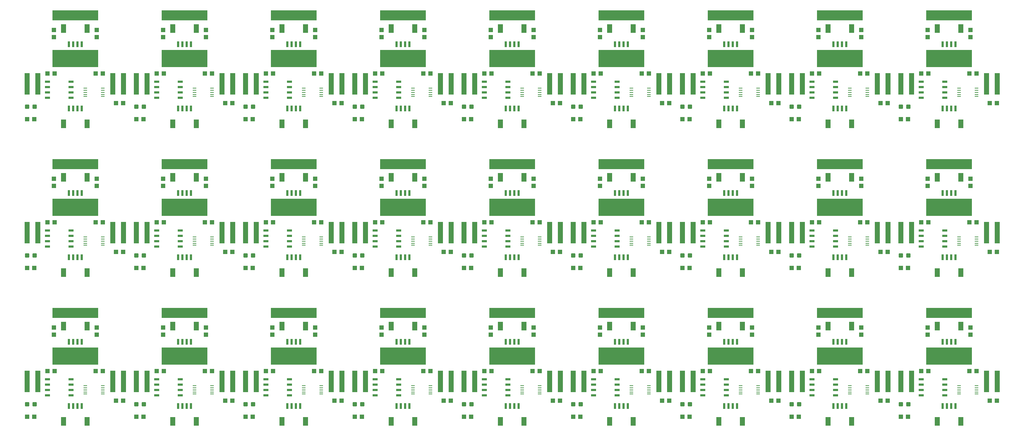
<source format=gtp>
G75*
%MOIN*%
%OFA0B0*%
%FSLAX25Y25*%
%IPPOS*%
%LPD*%
%AMOC8*
5,1,8,0,0,1.08239X$1,22.5*
%
%ADD10R,0.43000X0.09500*%
%ADD11R,0.43000X0.16000*%
%ADD12R,0.04331X0.03937*%
%ADD13R,0.04724X0.02362*%
%ADD14R,0.04724X0.07874*%
%ADD15R,0.02362X0.05315*%
%ADD16R,0.03937X0.04331*%
%ADD17R,0.03445X0.00984*%
%ADD18C,0.01181*%
%ADD19R,0.05000X0.20000*%
D10*
X0078400Y0135150D03*
X0180400Y0135150D03*
X0282400Y0135150D03*
X0384400Y0135150D03*
X0486400Y0135150D03*
X0588400Y0135150D03*
X0690400Y0135150D03*
X0792400Y0135150D03*
X0894400Y0135150D03*
X0894400Y0274150D03*
X0792400Y0274150D03*
X0690400Y0274150D03*
X0588400Y0274150D03*
X0486400Y0274150D03*
X0384400Y0274150D03*
X0282400Y0274150D03*
X0180400Y0274150D03*
X0078400Y0274150D03*
X0078400Y0413150D03*
X0180400Y0413150D03*
X0282400Y0413150D03*
X0384400Y0413150D03*
X0486400Y0413150D03*
X0588400Y0413150D03*
X0690400Y0413150D03*
X0792400Y0413150D03*
X0894400Y0413150D03*
D11*
X0894400Y0372900D03*
X0792400Y0372900D03*
X0690400Y0372900D03*
X0588400Y0372900D03*
X0486400Y0372900D03*
X0384400Y0372900D03*
X0282400Y0372900D03*
X0180400Y0372900D03*
X0078400Y0372900D03*
X0078400Y0233900D03*
X0180400Y0233900D03*
X0282400Y0233900D03*
X0384400Y0233900D03*
X0486400Y0233900D03*
X0588400Y0233900D03*
X0690400Y0233900D03*
X0792400Y0233900D03*
X0894400Y0233900D03*
X0894400Y0094900D03*
X0792400Y0094900D03*
X0690400Y0094900D03*
X0588400Y0094900D03*
X0486400Y0094900D03*
X0384400Y0094900D03*
X0282400Y0094900D03*
X0180400Y0094900D03*
X0078400Y0094900D03*
D12*
X0059246Y0080900D03*
X0052554Y0080900D03*
X0097554Y0080900D03*
X0104246Y0080900D03*
X0154554Y0080900D03*
X0161246Y0080900D03*
X0199554Y0080900D03*
X0206246Y0080900D03*
X0256554Y0080900D03*
X0263246Y0080900D03*
X0301554Y0080900D03*
X0308246Y0080900D03*
X0358554Y0080900D03*
X0365246Y0080900D03*
X0403554Y0080900D03*
X0410246Y0080900D03*
X0460554Y0080900D03*
X0467246Y0080900D03*
X0505554Y0080900D03*
X0512246Y0080900D03*
X0562554Y0080900D03*
X0569246Y0080900D03*
X0607554Y0080900D03*
X0614246Y0080900D03*
X0664554Y0080900D03*
X0671246Y0080900D03*
X0709554Y0080900D03*
X0716246Y0080900D03*
X0766554Y0080900D03*
X0773246Y0080900D03*
X0811554Y0080900D03*
X0818246Y0080900D03*
X0868554Y0080900D03*
X0875246Y0080900D03*
X0913554Y0080900D03*
X0920246Y0080900D03*
X0932554Y0053400D03*
X0939246Y0053400D03*
X0856246Y0038400D03*
X0849554Y0038400D03*
X0837246Y0053400D03*
X0830554Y0053400D03*
X0754246Y0038400D03*
X0747554Y0038400D03*
X0735246Y0053400D03*
X0728554Y0053400D03*
X0652246Y0038400D03*
X0645554Y0038400D03*
X0633246Y0053400D03*
X0626554Y0053400D03*
X0550246Y0038400D03*
X0543554Y0038400D03*
X0531246Y0053400D03*
X0524554Y0053400D03*
X0448246Y0038400D03*
X0441554Y0038400D03*
X0429246Y0053400D03*
X0422554Y0053400D03*
X0346246Y0038400D03*
X0339554Y0038400D03*
X0327246Y0053400D03*
X0320554Y0053400D03*
X0244246Y0038400D03*
X0237554Y0038400D03*
X0225246Y0053400D03*
X0218554Y0053400D03*
X0142246Y0038400D03*
X0135554Y0038400D03*
X0123246Y0053400D03*
X0116554Y0053400D03*
X0040246Y0038400D03*
X0033554Y0038400D03*
X0033554Y0177400D03*
X0040246Y0177400D03*
X0116554Y0192400D03*
X0123246Y0192400D03*
X0135554Y0177400D03*
X0142246Y0177400D03*
X0218554Y0192400D03*
X0225246Y0192400D03*
X0237554Y0177400D03*
X0244246Y0177400D03*
X0320554Y0192400D03*
X0327246Y0192400D03*
X0339554Y0177400D03*
X0346246Y0177400D03*
X0422554Y0192400D03*
X0429246Y0192400D03*
X0441554Y0177400D03*
X0448246Y0177400D03*
X0524554Y0192400D03*
X0531246Y0192400D03*
X0543554Y0177400D03*
X0550246Y0177400D03*
X0626554Y0192400D03*
X0633246Y0192400D03*
X0645554Y0177400D03*
X0652246Y0177400D03*
X0728554Y0192400D03*
X0735246Y0192400D03*
X0747554Y0177400D03*
X0754246Y0177400D03*
X0830554Y0192400D03*
X0837246Y0192400D03*
X0849554Y0177400D03*
X0856246Y0177400D03*
X0932554Y0192400D03*
X0939246Y0192400D03*
X0920246Y0219900D03*
X0913554Y0219900D03*
X0875246Y0219900D03*
X0868554Y0219900D03*
X0818246Y0219900D03*
X0811554Y0219900D03*
X0773246Y0219900D03*
X0766554Y0219900D03*
X0716246Y0219900D03*
X0709554Y0219900D03*
X0671246Y0219900D03*
X0664554Y0219900D03*
X0614246Y0219900D03*
X0607554Y0219900D03*
X0569246Y0219900D03*
X0562554Y0219900D03*
X0512246Y0219900D03*
X0505554Y0219900D03*
X0467246Y0219900D03*
X0460554Y0219900D03*
X0410246Y0219900D03*
X0403554Y0219900D03*
X0365246Y0219900D03*
X0358554Y0219900D03*
X0308246Y0219900D03*
X0301554Y0219900D03*
X0263246Y0219900D03*
X0256554Y0219900D03*
X0206246Y0219900D03*
X0199554Y0219900D03*
X0161246Y0219900D03*
X0154554Y0219900D03*
X0104246Y0219900D03*
X0097554Y0219900D03*
X0059246Y0219900D03*
X0052554Y0219900D03*
X0040246Y0316400D03*
X0033554Y0316400D03*
X0116554Y0331400D03*
X0123246Y0331400D03*
X0135554Y0316400D03*
X0142246Y0316400D03*
X0218554Y0331400D03*
X0225246Y0331400D03*
X0237554Y0316400D03*
X0244246Y0316400D03*
X0320554Y0331400D03*
X0327246Y0331400D03*
X0339554Y0316400D03*
X0346246Y0316400D03*
X0422554Y0331400D03*
X0429246Y0331400D03*
X0441554Y0316400D03*
X0448246Y0316400D03*
X0524554Y0331400D03*
X0531246Y0331400D03*
X0543554Y0316400D03*
X0550246Y0316400D03*
X0626554Y0331400D03*
X0633246Y0331400D03*
X0645554Y0316400D03*
X0652246Y0316400D03*
X0728554Y0331400D03*
X0735246Y0331400D03*
X0747554Y0316400D03*
X0754246Y0316400D03*
X0830554Y0331400D03*
X0837246Y0331400D03*
X0849554Y0316400D03*
X0856246Y0316400D03*
X0932554Y0331400D03*
X0939246Y0331400D03*
X0920246Y0358900D03*
X0913554Y0358900D03*
X0875246Y0358900D03*
X0868554Y0358900D03*
X0818246Y0358900D03*
X0811554Y0358900D03*
X0773246Y0358900D03*
X0766554Y0358900D03*
X0716246Y0358900D03*
X0709554Y0358900D03*
X0671246Y0358900D03*
X0664554Y0358900D03*
X0614246Y0358900D03*
X0607554Y0358900D03*
X0569246Y0358900D03*
X0562554Y0358900D03*
X0512246Y0358900D03*
X0505554Y0358900D03*
X0467246Y0358900D03*
X0460554Y0358900D03*
X0410246Y0358900D03*
X0403554Y0358900D03*
X0365246Y0358900D03*
X0358554Y0358900D03*
X0308246Y0358900D03*
X0301554Y0358900D03*
X0263246Y0358900D03*
X0256554Y0358900D03*
X0206246Y0358900D03*
X0199554Y0358900D03*
X0161246Y0358900D03*
X0154554Y0358900D03*
X0104246Y0358900D03*
X0097554Y0358900D03*
X0059246Y0358900D03*
X0052554Y0358900D03*
D13*
X0052376Y0351400D03*
X0052376Y0346400D03*
X0052376Y0341400D03*
X0052376Y0336400D03*
X0074424Y0336400D03*
X0074424Y0341400D03*
X0074424Y0346400D03*
X0074424Y0351400D03*
X0154376Y0351400D03*
X0154376Y0346400D03*
X0154376Y0341400D03*
X0154376Y0336400D03*
X0176424Y0336400D03*
X0176424Y0341400D03*
X0176424Y0346400D03*
X0176424Y0351400D03*
X0256376Y0351400D03*
X0256376Y0346400D03*
X0256376Y0341400D03*
X0256376Y0336400D03*
X0278424Y0336400D03*
X0278424Y0341400D03*
X0278424Y0346400D03*
X0278424Y0351400D03*
X0358376Y0351400D03*
X0358376Y0346400D03*
X0358376Y0341400D03*
X0358376Y0336400D03*
X0380424Y0336400D03*
X0380424Y0341400D03*
X0380424Y0346400D03*
X0380424Y0351400D03*
X0460376Y0351400D03*
X0460376Y0346400D03*
X0460376Y0341400D03*
X0460376Y0336400D03*
X0482424Y0336400D03*
X0482424Y0341400D03*
X0482424Y0346400D03*
X0482424Y0351400D03*
X0562376Y0351400D03*
X0562376Y0346400D03*
X0562376Y0341400D03*
X0562376Y0336400D03*
X0584424Y0336400D03*
X0584424Y0341400D03*
X0584424Y0346400D03*
X0584424Y0351400D03*
X0664376Y0351400D03*
X0664376Y0346400D03*
X0664376Y0341400D03*
X0664376Y0336400D03*
X0686424Y0336400D03*
X0686424Y0341400D03*
X0686424Y0346400D03*
X0686424Y0351400D03*
X0766376Y0351400D03*
X0766376Y0346400D03*
X0766376Y0341400D03*
X0766376Y0336400D03*
X0788424Y0336400D03*
X0788424Y0341400D03*
X0788424Y0346400D03*
X0788424Y0351400D03*
X0868376Y0351400D03*
X0868376Y0346400D03*
X0868376Y0341400D03*
X0868376Y0336400D03*
X0890424Y0336400D03*
X0890424Y0341400D03*
X0890424Y0346400D03*
X0890424Y0351400D03*
X0890424Y0212400D03*
X0890424Y0207400D03*
X0890424Y0202400D03*
X0890424Y0197400D03*
X0868376Y0197400D03*
X0868376Y0202400D03*
X0868376Y0207400D03*
X0868376Y0212400D03*
X0788424Y0212400D03*
X0788424Y0207400D03*
X0788424Y0202400D03*
X0788424Y0197400D03*
X0766376Y0197400D03*
X0766376Y0202400D03*
X0766376Y0207400D03*
X0766376Y0212400D03*
X0686424Y0212400D03*
X0686424Y0207400D03*
X0686424Y0202400D03*
X0686424Y0197400D03*
X0664376Y0197400D03*
X0664376Y0202400D03*
X0664376Y0207400D03*
X0664376Y0212400D03*
X0584424Y0212400D03*
X0584424Y0207400D03*
X0584424Y0202400D03*
X0584424Y0197400D03*
X0562376Y0197400D03*
X0562376Y0202400D03*
X0562376Y0207400D03*
X0562376Y0212400D03*
X0482424Y0212400D03*
X0482424Y0207400D03*
X0482424Y0202400D03*
X0482424Y0197400D03*
X0460376Y0197400D03*
X0460376Y0202400D03*
X0460376Y0207400D03*
X0460376Y0212400D03*
X0380424Y0212400D03*
X0380424Y0207400D03*
X0380424Y0202400D03*
X0380424Y0197400D03*
X0358376Y0197400D03*
X0358376Y0202400D03*
X0358376Y0207400D03*
X0358376Y0212400D03*
X0278424Y0212400D03*
X0278424Y0207400D03*
X0278424Y0202400D03*
X0278424Y0197400D03*
X0256376Y0197400D03*
X0256376Y0202400D03*
X0256376Y0207400D03*
X0256376Y0212400D03*
X0176424Y0212400D03*
X0176424Y0207400D03*
X0176424Y0202400D03*
X0176424Y0197400D03*
X0154376Y0197400D03*
X0154376Y0202400D03*
X0154376Y0207400D03*
X0154376Y0212400D03*
X0074424Y0212400D03*
X0074424Y0207400D03*
X0074424Y0202400D03*
X0074424Y0197400D03*
X0052376Y0197400D03*
X0052376Y0202400D03*
X0052376Y0207400D03*
X0052376Y0212400D03*
X0052376Y0073400D03*
X0052376Y0068400D03*
X0052376Y0063400D03*
X0052376Y0058400D03*
X0074424Y0058400D03*
X0074424Y0063400D03*
X0074424Y0068400D03*
X0074424Y0073400D03*
X0154376Y0073400D03*
X0154376Y0068400D03*
X0154376Y0063400D03*
X0154376Y0058400D03*
X0176424Y0058400D03*
X0176424Y0063400D03*
X0176424Y0068400D03*
X0176424Y0073400D03*
X0256376Y0073400D03*
X0256376Y0068400D03*
X0256376Y0063400D03*
X0256376Y0058400D03*
X0278424Y0058400D03*
X0278424Y0063400D03*
X0278424Y0068400D03*
X0278424Y0073400D03*
X0358376Y0073400D03*
X0358376Y0068400D03*
X0358376Y0063400D03*
X0358376Y0058400D03*
X0380424Y0058400D03*
X0380424Y0063400D03*
X0380424Y0068400D03*
X0380424Y0073400D03*
X0460376Y0073400D03*
X0460376Y0068400D03*
X0460376Y0063400D03*
X0460376Y0058400D03*
X0482424Y0058400D03*
X0482424Y0063400D03*
X0482424Y0068400D03*
X0482424Y0073400D03*
X0562376Y0073400D03*
X0562376Y0068400D03*
X0562376Y0063400D03*
X0562376Y0058400D03*
X0584424Y0058400D03*
X0584424Y0063400D03*
X0584424Y0068400D03*
X0584424Y0073400D03*
X0664376Y0073400D03*
X0664376Y0068400D03*
X0664376Y0063400D03*
X0664376Y0058400D03*
X0686424Y0058400D03*
X0686424Y0063400D03*
X0686424Y0068400D03*
X0686424Y0073400D03*
X0766376Y0073400D03*
X0766376Y0068400D03*
X0766376Y0063400D03*
X0766376Y0058400D03*
X0788424Y0058400D03*
X0788424Y0063400D03*
X0788424Y0068400D03*
X0788424Y0073400D03*
X0868376Y0073400D03*
X0868376Y0068400D03*
X0868376Y0063400D03*
X0868376Y0058400D03*
X0890424Y0058400D03*
X0890424Y0063400D03*
X0890424Y0068400D03*
X0890424Y0073400D03*
D14*
X0067376Y0033931D03*
X0089424Y0033931D03*
X0169376Y0033931D03*
X0191424Y0033931D03*
X0271376Y0033931D03*
X0293424Y0033931D03*
X0373376Y0033931D03*
X0395424Y0033931D03*
X0475376Y0033931D03*
X0497424Y0033931D03*
X0577376Y0033931D03*
X0599424Y0033931D03*
X0679376Y0033931D03*
X0701424Y0033931D03*
X0781376Y0033931D03*
X0803424Y0033931D03*
X0883376Y0033931D03*
X0905424Y0033931D03*
X0905424Y0122869D03*
X0883376Y0122869D03*
X0803424Y0122869D03*
X0781376Y0122869D03*
X0701424Y0122869D03*
X0679376Y0122869D03*
X0599424Y0122869D03*
X0577376Y0122869D03*
X0497424Y0122869D03*
X0475376Y0122869D03*
X0395424Y0122869D03*
X0373376Y0122869D03*
X0293424Y0122869D03*
X0271376Y0122869D03*
X0191424Y0122869D03*
X0169376Y0122869D03*
X0089424Y0122869D03*
X0067376Y0122869D03*
X0067376Y0172931D03*
X0089424Y0172931D03*
X0169376Y0172931D03*
X0191424Y0172931D03*
X0271376Y0172931D03*
X0293424Y0172931D03*
X0373376Y0172931D03*
X0395424Y0172931D03*
X0475376Y0172931D03*
X0497424Y0172931D03*
X0577376Y0172931D03*
X0599424Y0172931D03*
X0679376Y0172931D03*
X0701424Y0172931D03*
X0781376Y0172931D03*
X0803424Y0172931D03*
X0883376Y0172931D03*
X0905424Y0172931D03*
X0905424Y0261869D03*
X0883376Y0261869D03*
X0803424Y0261869D03*
X0781376Y0261869D03*
X0701424Y0261869D03*
X0679376Y0261869D03*
X0599424Y0261869D03*
X0577376Y0261869D03*
X0497424Y0261869D03*
X0475376Y0261869D03*
X0395424Y0261869D03*
X0373376Y0261869D03*
X0293424Y0261869D03*
X0271376Y0261869D03*
X0191424Y0261869D03*
X0169376Y0261869D03*
X0089424Y0261869D03*
X0067376Y0261869D03*
X0067376Y0311931D03*
X0089424Y0311931D03*
X0169376Y0311931D03*
X0191424Y0311931D03*
X0271376Y0311931D03*
X0293424Y0311931D03*
X0373376Y0311931D03*
X0395424Y0311931D03*
X0475376Y0311931D03*
X0497424Y0311931D03*
X0577376Y0311931D03*
X0599424Y0311931D03*
X0679376Y0311931D03*
X0701424Y0311931D03*
X0781376Y0311931D03*
X0803424Y0311931D03*
X0883376Y0311931D03*
X0905424Y0311931D03*
X0905424Y0400869D03*
X0883376Y0400869D03*
X0803424Y0400869D03*
X0781376Y0400869D03*
X0701424Y0400869D03*
X0679376Y0400869D03*
X0599424Y0400869D03*
X0577376Y0400869D03*
X0497424Y0400869D03*
X0475376Y0400869D03*
X0395424Y0400869D03*
X0373376Y0400869D03*
X0293424Y0400869D03*
X0271376Y0400869D03*
X0191424Y0400869D03*
X0169376Y0400869D03*
X0089424Y0400869D03*
X0067376Y0400869D03*
D15*
X0072494Y0386400D03*
X0076431Y0386400D03*
X0080369Y0386400D03*
X0084306Y0386400D03*
X0174494Y0386400D03*
X0178431Y0386400D03*
X0182369Y0386400D03*
X0186306Y0386400D03*
X0276494Y0386400D03*
X0280431Y0386400D03*
X0284369Y0386400D03*
X0288306Y0386400D03*
X0378494Y0386400D03*
X0382431Y0386400D03*
X0386369Y0386400D03*
X0390306Y0386400D03*
X0480494Y0386400D03*
X0484431Y0386400D03*
X0488369Y0386400D03*
X0492306Y0386400D03*
X0582494Y0386400D03*
X0586431Y0386400D03*
X0590369Y0386400D03*
X0594306Y0386400D03*
X0684494Y0386400D03*
X0688431Y0386400D03*
X0692369Y0386400D03*
X0696306Y0386400D03*
X0786494Y0386400D03*
X0790431Y0386400D03*
X0794369Y0386400D03*
X0798306Y0386400D03*
X0888494Y0386400D03*
X0892431Y0386400D03*
X0896369Y0386400D03*
X0900306Y0386400D03*
X0900306Y0326400D03*
X0896369Y0326400D03*
X0892431Y0326400D03*
X0888494Y0326400D03*
X0798306Y0326400D03*
X0794369Y0326400D03*
X0790431Y0326400D03*
X0786494Y0326400D03*
X0696306Y0326400D03*
X0692369Y0326400D03*
X0688431Y0326400D03*
X0684494Y0326400D03*
X0594306Y0326400D03*
X0590369Y0326400D03*
X0586431Y0326400D03*
X0582494Y0326400D03*
X0492306Y0326400D03*
X0488369Y0326400D03*
X0484431Y0326400D03*
X0480494Y0326400D03*
X0390306Y0326400D03*
X0386369Y0326400D03*
X0382431Y0326400D03*
X0378494Y0326400D03*
X0288306Y0326400D03*
X0284369Y0326400D03*
X0280431Y0326400D03*
X0276494Y0326400D03*
X0186306Y0326400D03*
X0182369Y0326400D03*
X0178431Y0326400D03*
X0174494Y0326400D03*
X0084306Y0326400D03*
X0080369Y0326400D03*
X0076431Y0326400D03*
X0072494Y0326400D03*
X0072494Y0247400D03*
X0076431Y0247400D03*
X0080369Y0247400D03*
X0084306Y0247400D03*
X0174494Y0247400D03*
X0178431Y0247400D03*
X0182369Y0247400D03*
X0186306Y0247400D03*
X0276494Y0247400D03*
X0280431Y0247400D03*
X0284369Y0247400D03*
X0288306Y0247400D03*
X0378494Y0247400D03*
X0382431Y0247400D03*
X0386369Y0247400D03*
X0390306Y0247400D03*
X0480494Y0247400D03*
X0484431Y0247400D03*
X0488369Y0247400D03*
X0492306Y0247400D03*
X0582494Y0247400D03*
X0586431Y0247400D03*
X0590369Y0247400D03*
X0594306Y0247400D03*
X0684494Y0247400D03*
X0688431Y0247400D03*
X0692369Y0247400D03*
X0696306Y0247400D03*
X0786494Y0247400D03*
X0790431Y0247400D03*
X0794369Y0247400D03*
X0798306Y0247400D03*
X0888494Y0247400D03*
X0892431Y0247400D03*
X0896369Y0247400D03*
X0900306Y0247400D03*
X0900306Y0187400D03*
X0896369Y0187400D03*
X0892431Y0187400D03*
X0888494Y0187400D03*
X0798306Y0187400D03*
X0794369Y0187400D03*
X0790431Y0187400D03*
X0786494Y0187400D03*
X0696306Y0187400D03*
X0692369Y0187400D03*
X0688431Y0187400D03*
X0684494Y0187400D03*
X0594306Y0187400D03*
X0590369Y0187400D03*
X0586431Y0187400D03*
X0582494Y0187400D03*
X0492306Y0187400D03*
X0488369Y0187400D03*
X0484431Y0187400D03*
X0480494Y0187400D03*
X0390306Y0187400D03*
X0386369Y0187400D03*
X0382431Y0187400D03*
X0378494Y0187400D03*
X0288306Y0187400D03*
X0284369Y0187400D03*
X0280431Y0187400D03*
X0276494Y0187400D03*
X0186306Y0187400D03*
X0182369Y0187400D03*
X0178431Y0187400D03*
X0174494Y0187400D03*
X0084306Y0187400D03*
X0080369Y0187400D03*
X0076431Y0187400D03*
X0072494Y0187400D03*
X0072494Y0108400D03*
X0076431Y0108400D03*
X0080369Y0108400D03*
X0084306Y0108400D03*
X0174494Y0108400D03*
X0178431Y0108400D03*
X0182369Y0108400D03*
X0186306Y0108400D03*
X0276494Y0108400D03*
X0280431Y0108400D03*
X0284369Y0108400D03*
X0288306Y0108400D03*
X0378494Y0108400D03*
X0382431Y0108400D03*
X0386369Y0108400D03*
X0390306Y0108400D03*
X0480494Y0108400D03*
X0484431Y0108400D03*
X0488369Y0108400D03*
X0492306Y0108400D03*
X0582494Y0108400D03*
X0586431Y0108400D03*
X0590369Y0108400D03*
X0594306Y0108400D03*
X0684494Y0108400D03*
X0688431Y0108400D03*
X0692369Y0108400D03*
X0696306Y0108400D03*
X0786494Y0108400D03*
X0790431Y0108400D03*
X0794369Y0108400D03*
X0798306Y0108400D03*
X0888494Y0108400D03*
X0892431Y0108400D03*
X0896369Y0108400D03*
X0900306Y0108400D03*
X0900306Y0048400D03*
X0896369Y0048400D03*
X0892431Y0048400D03*
X0888494Y0048400D03*
X0798306Y0048400D03*
X0794369Y0048400D03*
X0790431Y0048400D03*
X0786494Y0048400D03*
X0696306Y0048400D03*
X0692369Y0048400D03*
X0688431Y0048400D03*
X0684494Y0048400D03*
X0594306Y0048400D03*
X0590369Y0048400D03*
X0586431Y0048400D03*
X0582494Y0048400D03*
X0492306Y0048400D03*
X0488369Y0048400D03*
X0484431Y0048400D03*
X0480494Y0048400D03*
X0390306Y0048400D03*
X0386369Y0048400D03*
X0382431Y0048400D03*
X0378494Y0048400D03*
X0288306Y0048400D03*
X0284369Y0048400D03*
X0280431Y0048400D03*
X0276494Y0048400D03*
X0186306Y0048400D03*
X0182369Y0048400D03*
X0178431Y0048400D03*
X0174494Y0048400D03*
X0084306Y0048400D03*
X0080369Y0048400D03*
X0076431Y0048400D03*
X0072494Y0048400D03*
D16*
X0058400Y0115054D03*
X0058400Y0121746D03*
X0098400Y0121746D03*
X0098400Y0115054D03*
X0160400Y0115054D03*
X0160400Y0121746D03*
X0200400Y0121746D03*
X0200400Y0115054D03*
X0262400Y0115054D03*
X0262400Y0121746D03*
X0302400Y0121746D03*
X0302400Y0115054D03*
X0364400Y0115054D03*
X0364400Y0121746D03*
X0404400Y0121746D03*
X0404400Y0115054D03*
X0466400Y0115054D03*
X0466400Y0121746D03*
X0506400Y0121746D03*
X0506400Y0115054D03*
X0568400Y0115054D03*
X0568400Y0121746D03*
X0608400Y0121746D03*
X0608400Y0115054D03*
X0670400Y0115054D03*
X0670400Y0121746D03*
X0710400Y0121746D03*
X0710400Y0115054D03*
X0772400Y0115054D03*
X0772400Y0121746D03*
X0812400Y0121746D03*
X0812400Y0115054D03*
X0874400Y0115054D03*
X0874400Y0121746D03*
X0914400Y0121746D03*
X0914400Y0115054D03*
X0914400Y0254054D03*
X0914400Y0260746D03*
X0874400Y0260746D03*
X0874400Y0254054D03*
X0812400Y0254054D03*
X0812400Y0260746D03*
X0772400Y0260746D03*
X0772400Y0254054D03*
X0710400Y0254054D03*
X0710400Y0260746D03*
X0670400Y0260746D03*
X0670400Y0254054D03*
X0608400Y0254054D03*
X0608400Y0260746D03*
X0568400Y0260746D03*
X0568400Y0254054D03*
X0506400Y0254054D03*
X0506400Y0260746D03*
X0466400Y0260746D03*
X0466400Y0254054D03*
X0404400Y0254054D03*
X0404400Y0260746D03*
X0364400Y0260746D03*
X0364400Y0254054D03*
X0302400Y0254054D03*
X0302400Y0260746D03*
X0262400Y0260746D03*
X0262400Y0254054D03*
X0200400Y0254054D03*
X0200400Y0260746D03*
X0160400Y0260746D03*
X0160400Y0254054D03*
X0098400Y0254054D03*
X0098400Y0260746D03*
X0058400Y0260746D03*
X0058400Y0254054D03*
X0058400Y0393054D03*
X0058400Y0399746D03*
X0098400Y0399746D03*
X0098400Y0393054D03*
X0160400Y0393054D03*
X0160400Y0399746D03*
X0200400Y0399746D03*
X0200400Y0393054D03*
X0262400Y0393054D03*
X0262400Y0399746D03*
X0302400Y0399746D03*
X0302400Y0393054D03*
X0364400Y0393054D03*
X0364400Y0399746D03*
X0404400Y0399746D03*
X0404400Y0393054D03*
X0466400Y0393054D03*
X0466400Y0399746D03*
X0506400Y0399746D03*
X0506400Y0393054D03*
X0568400Y0393054D03*
X0568400Y0399746D03*
X0608400Y0399746D03*
X0608400Y0393054D03*
X0670400Y0393054D03*
X0670400Y0399746D03*
X0710400Y0399746D03*
X0710400Y0393054D03*
X0772400Y0393054D03*
X0772400Y0399746D03*
X0812400Y0399746D03*
X0812400Y0393054D03*
X0874400Y0393054D03*
X0874400Y0399746D03*
X0914400Y0399746D03*
X0914400Y0393054D03*
D17*
X0920020Y0345337D03*
X0920020Y0343369D03*
X0920020Y0341400D03*
X0920020Y0339431D03*
X0920020Y0337463D03*
X0903780Y0337463D03*
X0903780Y0339431D03*
X0903780Y0341400D03*
X0903780Y0343369D03*
X0903780Y0345337D03*
X0818020Y0345337D03*
X0818020Y0343369D03*
X0818020Y0341400D03*
X0818020Y0339431D03*
X0818020Y0337463D03*
X0801780Y0337463D03*
X0801780Y0339431D03*
X0801780Y0341400D03*
X0801780Y0343369D03*
X0801780Y0345337D03*
X0716020Y0345337D03*
X0716020Y0343369D03*
X0716020Y0341400D03*
X0716020Y0339431D03*
X0716020Y0337463D03*
X0699780Y0337463D03*
X0699780Y0339431D03*
X0699780Y0341400D03*
X0699780Y0343369D03*
X0699780Y0345337D03*
X0614020Y0345337D03*
X0614020Y0343369D03*
X0614020Y0341400D03*
X0614020Y0339431D03*
X0614020Y0337463D03*
X0597780Y0337463D03*
X0597780Y0339431D03*
X0597780Y0341400D03*
X0597780Y0343369D03*
X0597780Y0345337D03*
X0512020Y0345337D03*
X0512020Y0343369D03*
X0512020Y0341400D03*
X0512020Y0339431D03*
X0512020Y0337463D03*
X0495780Y0337463D03*
X0495780Y0339431D03*
X0495780Y0341400D03*
X0495780Y0343369D03*
X0495780Y0345337D03*
X0410020Y0345337D03*
X0410020Y0343369D03*
X0410020Y0341400D03*
X0410020Y0339431D03*
X0410020Y0337463D03*
X0393780Y0337463D03*
X0393780Y0339431D03*
X0393780Y0341400D03*
X0393780Y0343369D03*
X0393780Y0345337D03*
X0308020Y0345337D03*
X0308020Y0343369D03*
X0308020Y0341400D03*
X0308020Y0339431D03*
X0308020Y0337463D03*
X0291780Y0337463D03*
X0291780Y0339431D03*
X0291780Y0341400D03*
X0291780Y0343369D03*
X0291780Y0345337D03*
X0206020Y0345337D03*
X0206020Y0343369D03*
X0206020Y0341400D03*
X0206020Y0339431D03*
X0206020Y0337463D03*
X0189780Y0337463D03*
X0189780Y0339431D03*
X0189780Y0341400D03*
X0189780Y0343369D03*
X0189780Y0345337D03*
X0104020Y0345337D03*
X0104020Y0343369D03*
X0104020Y0341400D03*
X0104020Y0339431D03*
X0104020Y0337463D03*
X0087780Y0337463D03*
X0087780Y0339431D03*
X0087780Y0341400D03*
X0087780Y0343369D03*
X0087780Y0345337D03*
X0087780Y0206337D03*
X0087780Y0204369D03*
X0087780Y0202400D03*
X0087780Y0200431D03*
X0087780Y0198463D03*
X0104020Y0198463D03*
X0104020Y0200431D03*
X0104020Y0202400D03*
X0104020Y0204369D03*
X0104020Y0206337D03*
X0189780Y0206337D03*
X0189780Y0204369D03*
X0189780Y0202400D03*
X0189780Y0200431D03*
X0189780Y0198463D03*
X0206020Y0198463D03*
X0206020Y0200431D03*
X0206020Y0202400D03*
X0206020Y0204369D03*
X0206020Y0206337D03*
X0291780Y0206337D03*
X0291780Y0204369D03*
X0291780Y0202400D03*
X0291780Y0200431D03*
X0291780Y0198463D03*
X0308020Y0198463D03*
X0308020Y0200431D03*
X0308020Y0202400D03*
X0308020Y0204369D03*
X0308020Y0206337D03*
X0393780Y0206337D03*
X0393780Y0204369D03*
X0393780Y0202400D03*
X0393780Y0200431D03*
X0393780Y0198463D03*
X0410020Y0198463D03*
X0410020Y0200431D03*
X0410020Y0202400D03*
X0410020Y0204369D03*
X0410020Y0206337D03*
X0495780Y0206337D03*
X0495780Y0204369D03*
X0495780Y0202400D03*
X0495780Y0200431D03*
X0495780Y0198463D03*
X0512020Y0198463D03*
X0512020Y0200431D03*
X0512020Y0202400D03*
X0512020Y0204369D03*
X0512020Y0206337D03*
X0597780Y0206337D03*
X0597780Y0204369D03*
X0597780Y0202400D03*
X0597780Y0200431D03*
X0597780Y0198463D03*
X0614020Y0198463D03*
X0614020Y0200431D03*
X0614020Y0202400D03*
X0614020Y0204369D03*
X0614020Y0206337D03*
X0699780Y0206337D03*
X0699780Y0204369D03*
X0699780Y0202400D03*
X0699780Y0200431D03*
X0699780Y0198463D03*
X0716020Y0198463D03*
X0716020Y0200431D03*
X0716020Y0202400D03*
X0716020Y0204369D03*
X0716020Y0206337D03*
X0801780Y0206337D03*
X0801780Y0204369D03*
X0801780Y0202400D03*
X0801780Y0200431D03*
X0801780Y0198463D03*
X0818020Y0198463D03*
X0818020Y0200431D03*
X0818020Y0202400D03*
X0818020Y0204369D03*
X0818020Y0206337D03*
X0903780Y0206337D03*
X0903780Y0204369D03*
X0903780Y0202400D03*
X0903780Y0200431D03*
X0903780Y0198463D03*
X0920020Y0198463D03*
X0920020Y0200431D03*
X0920020Y0202400D03*
X0920020Y0204369D03*
X0920020Y0206337D03*
X0920020Y0067337D03*
X0920020Y0065369D03*
X0920020Y0063400D03*
X0920020Y0061431D03*
X0920020Y0059463D03*
X0903780Y0059463D03*
X0903780Y0061431D03*
X0903780Y0063400D03*
X0903780Y0065369D03*
X0903780Y0067337D03*
X0818020Y0067337D03*
X0818020Y0065369D03*
X0818020Y0063400D03*
X0818020Y0061431D03*
X0818020Y0059463D03*
X0801780Y0059463D03*
X0801780Y0061431D03*
X0801780Y0063400D03*
X0801780Y0065369D03*
X0801780Y0067337D03*
X0716020Y0067337D03*
X0716020Y0065369D03*
X0716020Y0063400D03*
X0716020Y0061431D03*
X0716020Y0059463D03*
X0699780Y0059463D03*
X0699780Y0061431D03*
X0699780Y0063400D03*
X0699780Y0065369D03*
X0699780Y0067337D03*
X0614020Y0067337D03*
X0614020Y0065369D03*
X0614020Y0063400D03*
X0614020Y0061431D03*
X0614020Y0059463D03*
X0597780Y0059463D03*
X0597780Y0061431D03*
X0597780Y0063400D03*
X0597780Y0065369D03*
X0597780Y0067337D03*
X0512020Y0067337D03*
X0512020Y0065369D03*
X0512020Y0063400D03*
X0512020Y0061431D03*
X0512020Y0059463D03*
X0495780Y0059463D03*
X0495780Y0061431D03*
X0495780Y0063400D03*
X0495780Y0065369D03*
X0495780Y0067337D03*
X0410020Y0067337D03*
X0410020Y0065369D03*
X0410020Y0063400D03*
X0410020Y0061431D03*
X0410020Y0059463D03*
X0393780Y0059463D03*
X0393780Y0061431D03*
X0393780Y0063400D03*
X0393780Y0065369D03*
X0393780Y0067337D03*
X0308020Y0067337D03*
X0308020Y0065369D03*
X0308020Y0063400D03*
X0308020Y0061431D03*
X0308020Y0059463D03*
X0291780Y0059463D03*
X0291780Y0061431D03*
X0291780Y0063400D03*
X0291780Y0065369D03*
X0291780Y0067337D03*
X0206020Y0067337D03*
X0206020Y0065369D03*
X0206020Y0063400D03*
X0206020Y0061431D03*
X0206020Y0059463D03*
X0189780Y0059463D03*
X0189780Y0061431D03*
X0189780Y0063400D03*
X0189780Y0065369D03*
X0189780Y0067337D03*
X0104020Y0067337D03*
X0104020Y0065369D03*
X0104020Y0063400D03*
X0104020Y0061431D03*
X0104020Y0059463D03*
X0087780Y0059463D03*
X0087780Y0061431D03*
X0087780Y0063400D03*
X0087780Y0065369D03*
X0087780Y0067337D03*
D18*
X0134069Y0051278D02*
X0134069Y0048522D01*
X0134069Y0051278D02*
X0136825Y0051278D01*
X0136825Y0048522D01*
X0134069Y0048522D01*
X0134069Y0049702D02*
X0136825Y0049702D01*
X0136825Y0050882D02*
X0134069Y0050882D01*
X0140975Y0051278D02*
X0140975Y0048522D01*
X0140975Y0051278D02*
X0143731Y0051278D01*
X0143731Y0048522D01*
X0140975Y0048522D01*
X0140975Y0049702D02*
X0143731Y0049702D01*
X0143731Y0050882D02*
X0140975Y0050882D01*
X0236069Y0051278D02*
X0236069Y0048522D01*
X0236069Y0051278D02*
X0238825Y0051278D01*
X0238825Y0048522D01*
X0236069Y0048522D01*
X0236069Y0049702D02*
X0238825Y0049702D01*
X0238825Y0050882D02*
X0236069Y0050882D01*
X0242975Y0051278D02*
X0242975Y0048522D01*
X0242975Y0051278D02*
X0245731Y0051278D01*
X0245731Y0048522D01*
X0242975Y0048522D01*
X0242975Y0049702D02*
X0245731Y0049702D01*
X0245731Y0050882D02*
X0242975Y0050882D01*
X0338069Y0051278D02*
X0338069Y0048522D01*
X0338069Y0051278D02*
X0340825Y0051278D01*
X0340825Y0048522D01*
X0338069Y0048522D01*
X0338069Y0049702D02*
X0340825Y0049702D01*
X0340825Y0050882D02*
X0338069Y0050882D01*
X0344975Y0051278D02*
X0344975Y0048522D01*
X0344975Y0051278D02*
X0347731Y0051278D01*
X0347731Y0048522D01*
X0344975Y0048522D01*
X0344975Y0049702D02*
X0347731Y0049702D01*
X0347731Y0050882D02*
X0344975Y0050882D01*
X0440069Y0051278D02*
X0440069Y0048522D01*
X0440069Y0051278D02*
X0442825Y0051278D01*
X0442825Y0048522D01*
X0440069Y0048522D01*
X0440069Y0049702D02*
X0442825Y0049702D01*
X0442825Y0050882D02*
X0440069Y0050882D01*
X0446975Y0051278D02*
X0446975Y0048522D01*
X0446975Y0051278D02*
X0449731Y0051278D01*
X0449731Y0048522D01*
X0446975Y0048522D01*
X0446975Y0049702D02*
X0449731Y0049702D01*
X0449731Y0050882D02*
X0446975Y0050882D01*
X0542069Y0051278D02*
X0542069Y0048522D01*
X0542069Y0051278D02*
X0544825Y0051278D01*
X0544825Y0048522D01*
X0542069Y0048522D01*
X0542069Y0049702D02*
X0544825Y0049702D01*
X0544825Y0050882D02*
X0542069Y0050882D01*
X0548975Y0051278D02*
X0548975Y0048522D01*
X0548975Y0051278D02*
X0551731Y0051278D01*
X0551731Y0048522D01*
X0548975Y0048522D01*
X0548975Y0049702D02*
X0551731Y0049702D01*
X0551731Y0050882D02*
X0548975Y0050882D01*
X0644069Y0051278D02*
X0644069Y0048522D01*
X0644069Y0051278D02*
X0646825Y0051278D01*
X0646825Y0048522D01*
X0644069Y0048522D01*
X0644069Y0049702D02*
X0646825Y0049702D01*
X0646825Y0050882D02*
X0644069Y0050882D01*
X0650975Y0051278D02*
X0650975Y0048522D01*
X0650975Y0051278D02*
X0653731Y0051278D01*
X0653731Y0048522D01*
X0650975Y0048522D01*
X0650975Y0049702D02*
X0653731Y0049702D01*
X0653731Y0050882D02*
X0650975Y0050882D01*
X0746069Y0051278D02*
X0746069Y0048522D01*
X0746069Y0051278D02*
X0748825Y0051278D01*
X0748825Y0048522D01*
X0746069Y0048522D01*
X0746069Y0049702D02*
X0748825Y0049702D01*
X0748825Y0050882D02*
X0746069Y0050882D01*
X0752975Y0051278D02*
X0752975Y0048522D01*
X0752975Y0051278D02*
X0755731Y0051278D01*
X0755731Y0048522D01*
X0752975Y0048522D01*
X0752975Y0049702D02*
X0755731Y0049702D01*
X0755731Y0050882D02*
X0752975Y0050882D01*
X0848069Y0051278D02*
X0848069Y0048522D01*
X0848069Y0051278D02*
X0850825Y0051278D01*
X0850825Y0048522D01*
X0848069Y0048522D01*
X0848069Y0049702D02*
X0850825Y0049702D01*
X0850825Y0050882D02*
X0848069Y0050882D01*
X0854975Y0051278D02*
X0854975Y0048522D01*
X0854975Y0051278D02*
X0857731Y0051278D01*
X0857731Y0048522D01*
X0854975Y0048522D01*
X0854975Y0049702D02*
X0857731Y0049702D01*
X0857731Y0050882D02*
X0854975Y0050882D01*
X0854975Y0187522D02*
X0854975Y0190278D01*
X0857731Y0190278D01*
X0857731Y0187522D01*
X0854975Y0187522D01*
X0854975Y0188702D02*
X0857731Y0188702D01*
X0857731Y0189882D02*
X0854975Y0189882D01*
X0848069Y0190278D02*
X0848069Y0187522D01*
X0848069Y0190278D02*
X0850825Y0190278D01*
X0850825Y0187522D01*
X0848069Y0187522D01*
X0848069Y0188702D02*
X0850825Y0188702D01*
X0850825Y0189882D02*
X0848069Y0189882D01*
X0752975Y0190278D02*
X0752975Y0187522D01*
X0752975Y0190278D02*
X0755731Y0190278D01*
X0755731Y0187522D01*
X0752975Y0187522D01*
X0752975Y0188702D02*
X0755731Y0188702D01*
X0755731Y0189882D02*
X0752975Y0189882D01*
X0746069Y0190278D02*
X0746069Y0187522D01*
X0746069Y0190278D02*
X0748825Y0190278D01*
X0748825Y0187522D01*
X0746069Y0187522D01*
X0746069Y0188702D02*
X0748825Y0188702D01*
X0748825Y0189882D02*
X0746069Y0189882D01*
X0650975Y0190278D02*
X0650975Y0187522D01*
X0650975Y0190278D02*
X0653731Y0190278D01*
X0653731Y0187522D01*
X0650975Y0187522D01*
X0650975Y0188702D02*
X0653731Y0188702D01*
X0653731Y0189882D02*
X0650975Y0189882D01*
X0644069Y0190278D02*
X0644069Y0187522D01*
X0644069Y0190278D02*
X0646825Y0190278D01*
X0646825Y0187522D01*
X0644069Y0187522D01*
X0644069Y0188702D02*
X0646825Y0188702D01*
X0646825Y0189882D02*
X0644069Y0189882D01*
X0548975Y0190278D02*
X0548975Y0187522D01*
X0548975Y0190278D02*
X0551731Y0190278D01*
X0551731Y0187522D01*
X0548975Y0187522D01*
X0548975Y0188702D02*
X0551731Y0188702D01*
X0551731Y0189882D02*
X0548975Y0189882D01*
X0542069Y0190278D02*
X0542069Y0187522D01*
X0542069Y0190278D02*
X0544825Y0190278D01*
X0544825Y0187522D01*
X0542069Y0187522D01*
X0542069Y0188702D02*
X0544825Y0188702D01*
X0544825Y0189882D02*
X0542069Y0189882D01*
X0446975Y0190278D02*
X0446975Y0187522D01*
X0446975Y0190278D02*
X0449731Y0190278D01*
X0449731Y0187522D01*
X0446975Y0187522D01*
X0446975Y0188702D02*
X0449731Y0188702D01*
X0449731Y0189882D02*
X0446975Y0189882D01*
X0440069Y0190278D02*
X0440069Y0187522D01*
X0440069Y0190278D02*
X0442825Y0190278D01*
X0442825Y0187522D01*
X0440069Y0187522D01*
X0440069Y0188702D02*
X0442825Y0188702D01*
X0442825Y0189882D02*
X0440069Y0189882D01*
X0344975Y0190278D02*
X0344975Y0187522D01*
X0344975Y0190278D02*
X0347731Y0190278D01*
X0347731Y0187522D01*
X0344975Y0187522D01*
X0344975Y0188702D02*
X0347731Y0188702D01*
X0347731Y0189882D02*
X0344975Y0189882D01*
X0338069Y0190278D02*
X0338069Y0187522D01*
X0338069Y0190278D02*
X0340825Y0190278D01*
X0340825Y0187522D01*
X0338069Y0187522D01*
X0338069Y0188702D02*
X0340825Y0188702D01*
X0340825Y0189882D02*
X0338069Y0189882D01*
X0242975Y0190278D02*
X0242975Y0187522D01*
X0242975Y0190278D02*
X0245731Y0190278D01*
X0245731Y0187522D01*
X0242975Y0187522D01*
X0242975Y0188702D02*
X0245731Y0188702D01*
X0245731Y0189882D02*
X0242975Y0189882D01*
X0236069Y0190278D02*
X0236069Y0187522D01*
X0236069Y0190278D02*
X0238825Y0190278D01*
X0238825Y0187522D01*
X0236069Y0187522D01*
X0236069Y0188702D02*
X0238825Y0188702D01*
X0238825Y0189882D02*
X0236069Y0189882D01*
X0140975Y0190278D02*
X0140975Y0187522D01*
X0140975Y0190278D02*
X0143731Y0190278D01*
X0143731Y0187522D01*
X0140975Y0187522D01*
X0140975Y0188702D02*
X0143731Y0188702D01*
X0143731Y0189882D02*
X0140975Y0189882D01*
X0134069Y0190278D02*
X0134069Y0187522D01*
X0134069Y0190278D02*
X0136825Y0190278D01*
X0136825Y0187522D01*
X0134069Y0187522D01*
X0134069Y0188702D02*
X0136825Y0188702D01*
X0136825Y0189882D02*
X0134069Y0189882D01*
X0038975Y0190278D02*
X0038975Y0187522D01*
X0038975Y0190278D02*
X0041731Y0190278D01*
X0041731Y0187522D01*
X0038975Y0187522D01*
X0038975Y0188702D02*
X0041731Y0188702D01*
X0041731Y0189882D02*
X0038975Y0189882D01*
X0032069Y0190278D02*
X0032069Y0187522D01*
X0032069Y0190278D02*
X0034825Y0190278D01*
X0034825Y0187522D01*
X0032069Y0187522D01*
X0032069Y0188702D02*
X0034825Y0188702D01*
X0034825Y0189882D02*
X0032069Y0189882D01*
X0032069Y0326522D02*
X0032069Y0329278D01*
X0034825Y0329278D01*
X0034825Y0326522D01*
X0032069Y0326522D01*
X0032069Y0327702D02*
X0034825Y0327702D01*
X0034825Y0328882D02*
X0032069Y0328882D01*
X0038975Y0329278D02*
X0038975Y0326522D01*
X0038975Y0329278D02*
X0041731Y0329278D01*
X0041731Y0326522D01*
X0038975Y0326522D01*
X0038975Y0327702D02*
X0041731Y0327702D01*
X0041731Y0328882D02*
X0038975Y0328882D01*
X0134069Y0329278D02*
X0134069Y0326522D01*
X0134069Y0329278D02*
X0136825Y0329278D01*
X0136825Y0326522D01*
X0134069Y0326522D01*
X0134069Y0327702D02*
X0136825Y0327702D01*
X0136825Y0328882D02*
X0134069Y0328882D01*
X0140975Y0329278D02*
X0140975Y0326522D01*
X0140975Y0329278D02*
X0143731Y0329278D01*
X0143731Y0326522D01*
X0140975Y0326522D01*
X0140975Y0327702D02*
X0143731Y0327702D01*
X0143731Y0328882D02*
X0140975Y0328882D01*
X0236069Y0329278D02*
X0236069Y0326522D01*
X0236069Y0329278D02*
X0238825Y0329278D01*
X0238825Y0326522D01*
X0236069Y0326522D01*
X0236069Y0327702D02*
X0238825Y0327702D01*
X0238825Y0328882D02*
X0236069Y0328882D01*
X0242975Y0329278D02*
X0242975Y0326522D01*
X0242975Y0329278D02*
X0245731Y0329278D01*
X0245731Y0326522D01*
X0242975Y0326522D01*
X0242975Y0327702D02*
X0245731Y0327702D01*
X0245731Y0328882D02*
X0242975Y0328882D01*
X0338069Y0329278D02*
X0338069Y0326522D01*
X0338069Y0329278D02*
X0340825Y0329278D01*
X0340825Y0326522D01*
X0338069Y0326522D01*
X0338069Y0327702D02*
X0340825Y0327702D01*
X0340825Y0328882D02*
X0338069Y0328882D01*
X0344975Y0329278D02*
X0344975Y0326522D01*
X0344975Y0329278D02*
X0347731Y0329278D01*
X0347731Y0326522D01*
X0344975Y0326522D01*
X0344975Y0327702D02*
X0347731Y0327702D01*
X0347731Y0328882D02*
X0344975Y0328882D01*
X0440069Y0329278D02*
X0440069Y0326522D01*
X0440069Y0329278D02*
X0442825Y0329278D01*
X0442825Y0326522D01*
X0440069Y0326522D01*
X0440069Y0327702D02*
X0442825Y0327702D01*
X0442825Y0328882D02*
X0440069Y0328882D01*
X0446975Y0329278D02*
X0446975Y0326522D01*
X0446975Y0329278D02*
X0449731Y0329278D01*
X0449731Y0326522D01*
X0446975Y0326522D01*
X0446975Y0327702D02*
X0449731Y0327702D01*
X0449731Y0328882D02*
X0446975Y0328882D01*
X0542069Y0329278D02*
X0542069Y0326522D01*
X0542069Y0329278D02*
X0544825Y0329278D01*
X0544825Y0326522D01*
X0542069Y0326522D01*
X0542069Y0327702D02*
X0544825Y0327702D01*
X0544825Y0328882D02*
X0542069Y0328882D01*
X0548975Y0329278D02*
X0548975Y0326522D01*
X0548975Y0329278D02*
X0551731Y0329278D01*
X0551731Y0326522D01*
X0548975Y0326522D01*
X0548975Y0327702D02*
X0551731Y0327702D01*
X0551731Y0328882D02*
X0548975Y0328882D01*
X0644069Y0329278D02*
X0644069Y0326522D01*
X0644069Y0329278D02*
X0646825Y0329278D01*
X0646825Y0326522D01*
X0644069Y0326522D01*
X0644069Y0327702D02*
X0646825Y0327702D01*
X0646825Y0328882D02*
X0644069Y0328882D01*
X0650975Y0329278D02*
X0650975Y0326522D01*
X0650975Y0329278D02*
X0653731Y0329278D01*
X0653731Y0326522D01*
X0650975Y0326522D01*
X0650975Y0327702D02*
X0653731Y0327702D01*
X0653731Y0328882D02*
X0650975Y0328882D01*
X0746069Y0329278D02*
X0746069Y0326522D01*
X0746069Y0329278D02*
X0748825Y0329278D01*
X0748825Y0326522D01*
X0746069Y0326522D01*
X0746069Y0327702D02*
X0748825Y0327702D01*
X0748825Y0328882D02*
X0746069Y0328882D01*
X0752975Y0329278D02*
X0752975Y0326522D01*
X0752975Y0329278D02*
X0755731Y0329278D01*
X0755731Y0326522D01*
X0752975Y0326522D01*
X0752975Y0327702D02*
X0755731Y0327702D01*
X0755731Y0328882D02*
X0752975Y0328882D01*
X0848069Y0329278D02*
X0848069Y0326522D01*
X0848069Y0329278D02*
X0850825Y0329278D01*
X0850825Y0326522D01*
X0848069Y0326522D01*
X0848069Y0327702D02*
X0850825Y0327702D01*
X0850825Y0328882D02*
X0848069Y0328882D01*
X0854975Y0329278D02*
X0854975Y0326522D01*
X0854975Y0329278D02*
X0857731Y0329278D01*
X0857731Y0326522D01*
X0854975Y0326522D01*
X0854975Y0327702D02*
X0857731Y0327702D01*
X0857731Y0328882D02*
X0854975Y0328882D01*
X0038975Y0051278D02*
X0038975Y0048522D01*
X0038975Y0051278D02*
X0041731Y0051278D01*
X0041731Y0048522D01*
X0038975Y0048522D01*
X0038975Y0049702D02*
X0041731Y0049702D01*
X0041731Y0050882D02*
X0038975Y0050882D01*
X0032069Y0051278D02*
X0032069Y0048522D01*
X0032069Y0051278D02*
X0034825Y0051278D01*
X0034825Y0048522D01*
X0032069Y0048522D01*
X0032069Y0049702D02*
X0034825Y0049702D01*
X0034825Y0050882D02*
X0032069Y0050882D01*
D19*
X0033400Y0071400D03*
X0043400Y0071400D03*
X0113400Y0071400D03*
X0123400Y0071400D03*
X0135400Y0071400D03*
X0145400Y0071400D03*
X0215400Y0071400D03*
X0225400Y0071400D03*
X0237400Y0071400D03*
X0247400Y0071400D03*
X0317400Y0071400D03*
X0327400Y0071400D03*
X0339400Y0071400D03*
X0349400Y0071400D03*
X0419400Y0071400D03*
X0429400Y0071400D03*
X0441400Y0071400D03*
X0451400Y0071400D03*
X0521400Y0071400D03*
X0531400Y0071400D03*
X0543400Y0071400D03*
X0553400Y0071400D03*
X0623400Y0071400D03*
X0633400Y0071400D03*
X0645400Y0071400D03*
X0655400Y0071400D03*
X0725400Y0071400D03*
X0735400Y0071400D03*
X0747400Y0071400D03*
X0757400Y0071400D03*
X0827400Y0071400D03*
X0837400Y0071400D03*
X0849400Y0071400D03*
X0859400Y0071400D03*
X0929400Y0071400D03*
X0939400Y0071400D03*
X0939400Y0210400D03*
X0929400Y0210400D03*
X0859400Y0210400D03*
X0849400Y0210400D03*
X0837400Y0210400D03*
X0827400Y0210400D03*
X0757400Y0210400D03*
X0747400Y0210400D03*
X0735400Y0210400D03*
X0725400Y0210400D03*
X0655400Y0210400D03*
X0645400Y0210400D03*
X0633400Y0210400D03*
X0623400Y0210400D03*
X0553400Y0210400D03*
X0543400Y0210400D03*
X0531400Y0210400D03*
X0521400Y0210400D03*
X0451400Y0210400D03*
X0441400Y0210400D03*
X0429400Y0210400D03*
X0419400Y0210400D03*
X0349400Y0210400D03*
X0339400Y0210400D03*
X0327400Y0210400D03*
X0317400Y0210400D03*
X0247400Y0210400D03*
X0237400Y0210400D03*
X0225400Y0210400D03*
X0215400Y0210400D03*
X0145400Y0210400D03*
X0135400Y0210400D03*
X0123400Y0210400D03*
X0113400Y0210400D03*
X0043400Y0210400D03*
X0033400Y0210400D03*
X0033400Y0349400D03*
X0043400Y0349400D03*
X0113400Y0349400D03*
X0123400Y0349400D03*
X0135400Y0349400D03*
X0145400Y0349400D03*
X0215400Y0349400D03*
X0225400Y0349400D03*
X0237400Y0349400D03*
X0247400Y0349400D03*
X0317400Y0349400D03*
X0327400Y0349400D03*
X0339400Y0349400D03*
X0349400Y0349400D03*
X0419400Y0349400D03*
X0429400Y0349400D03*
X0441400Y0349400D03*
X0451400Y0349400D03*
X0521400Y0349400D03*
X0531400Y0349400D03*
X0543400Y0349400D03*
X0553400Y0349400D03*
X0623400Y0349400D03*
X0633400Y0349400D03*
X0645400Y0349400D03*
X0655400Y0349400D03*
X0725400Y0349400D03*
X0735400Y0349400D03*
X0747400Y0349400D03*
X0757400Y0349400D03*
X0827400Y0349400D03*
X0837400Y0349400D03*
X0849400Y0349400D03*
X0859400Y0349400D03*
X0929400Y0349400D03*
X0939400Y0349400D03*
M02*

</source>
